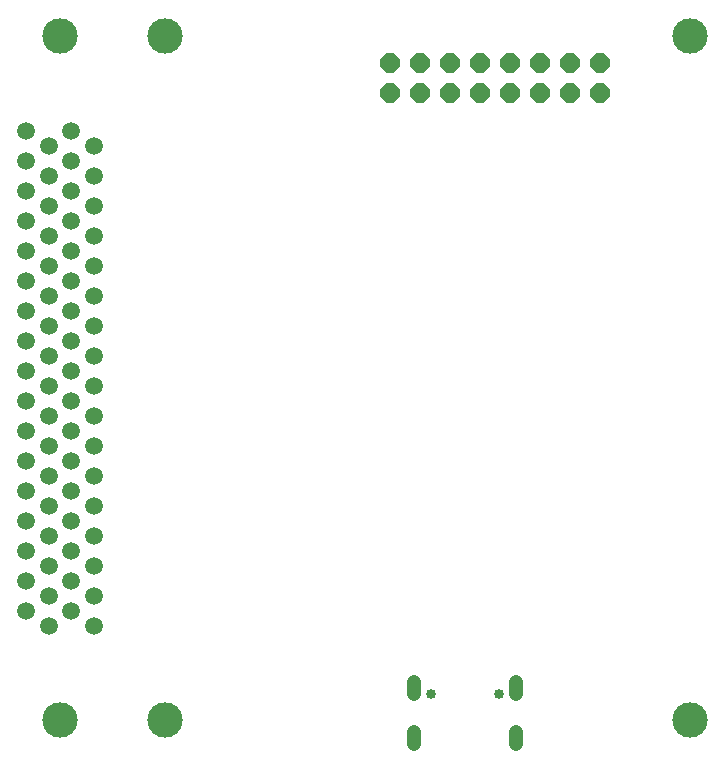
<source format=gbr>
G04 EAGLE Gerber RS-274X export*
G75*
%MOMM*%
%FSLAX34Y34*%
%LPD*%
%INSoldermask Bottom*%
%IPPOS*%
%AMOC8*
5,1,8,0,0,1.08239X$1,22.5*%
G01*
%ADD10C,2.997200*%
%ADD11C,1.209600*%
%ADD12C,0.853200*%
%ADD13C,1.509600*%
%ADD14C,3.003200*%
%ADD15P,1.759533X8X202.500000*%


D10*
X584200Y607060D03*
X584200Y27940D03*
X139700Y607060D03*
X139700Y27940D03*
D11*
X350500Y50068D02*
X350500Y60132D01*
X436900Y60132D02*
X436900Y50068D01*
X350500Y18332D02*
X350500Y8268D01*
X436900Y8268D02*
X436900Y18332D01*
D12*
X422600Y50100D03*
X364800Y50100D03*
D13*
X60330Y527050D03*
X79430Y514350D03*
X60330Y501650D03*
X79430Y488950D03*
X60330Y476250D03*
X79430Y463550D03*
X60330Y450850D03*
X79430Y438150D03*
X60330Y425450D03*
X79430Y412750D03*
X60330Y400050D03*
X79430Y387350D03*
X60330Y374650D03*
X79430Y361950D03*
X60330Y349250D03*
X79430Y336550D03*
X60330Y323850D03*
X79430Y311150D03*
X60330Y298450D03*
X79430Y285750D03*
X60330Y273050D03*
X79430Y260350D03*
X60330Y247650D03*
X79430Y234950D03*
X60330Y222250D03*
X79430Y209550D03*
X60330Y196850D03*
X79430Y184150D03*
X60330Y171450D03*
X79430Y158750D03*
X60330Y146050D03*
X79430Y133350D03*
X60330Y120650D03*
X79430Y107950D03*
X22130Y527050D03*
X41230Y514350D03*
X22130Y501650D03*
X41230Y488950D03*
X22130Y476250D03*
X41230Y463550D03*
X22130Y450850D03*
X41230Y438150D03*
X22130Y425450D03*
X41230Y412750D03*
X22130Y400050D03*
X41230Y387350D03*
X22130Y374650D03*
X41230Y361950D03*
X22130Y349250D03*
X41230Y336550D03*
X22130Y323850D03*
X41230Y311150D03*
X22130Y298450D03*
X41230Y285750D03*
X22130Y273050D03*
X41230Y260350D03*
X22130Y247650D03*
X41230Y234950D03*
X22130Y222250D03*
X41230Y209550D03*
X22130Y196850D03*
X41230Y184150D03*
X22130Y171450D03*
X41230Y158750D03*
X22130Y146050D03*
X41230Y133350D03*
X22130Y120650D03*
X41230Y107950D03*
D14*
X50800Y27950D03*
X50800Y607050D03*
D15*
X508000Y584200D03*
X508000Y558800D03*
X482600Y584200D03*
X482600Y558800D03*
X457200Y584200D03*
X457200Y558800D03*
X431800Y584200D03*
X431800Y558800D03*
X406400Y584200D03*
X406400Y558800D03*
X381000Y584200D03*
X381000Y558800D03*
X355600Y584200D03*
X355600Y558800D03*
X330200Y584200D03*
X330200Y558800D03*
M02*

</source>
